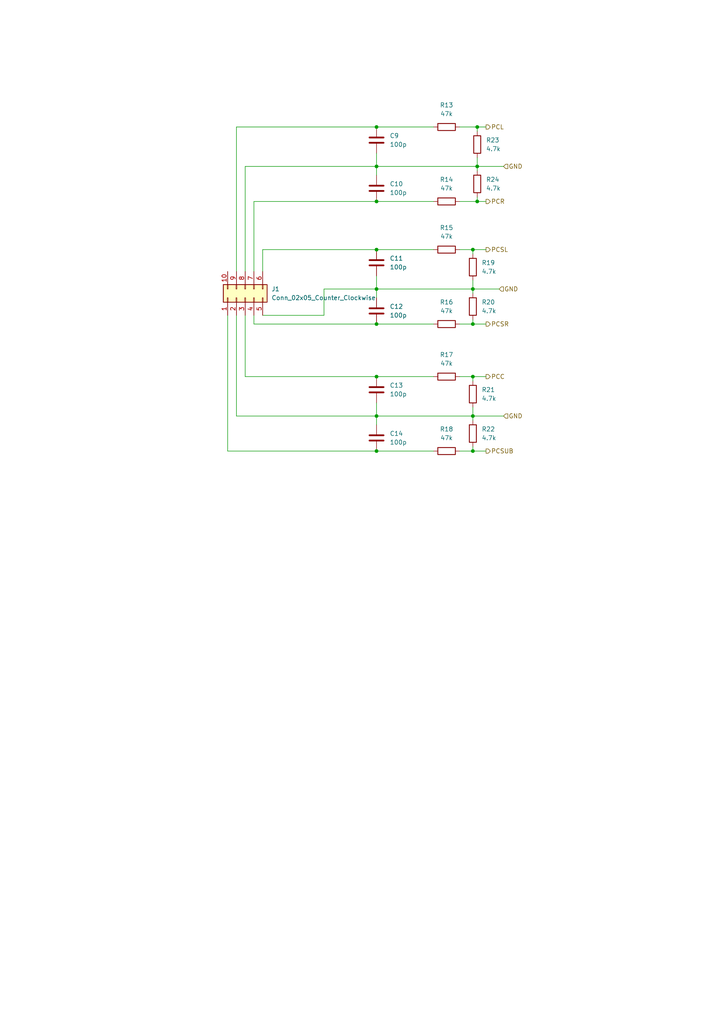
<source format=kicad_sch>
(kicad_sch (version 20230121) (generator eeschema)
  (paper "A4" portrait)
  (title_block (title "AudioSignalsInput") (comment 1 "External audio input from PC. 3 3.5mm Female connectors"))
  (lib_symbols
    (symbol "Connector_Generic:Conn_02x05_Counter_Clockwise" (pin_names (offset 1.016) hide)
      (property "Reference" "J" (at 1.27 7.62 0))
      (property "Value" "Conn_02x05_Counter_Clockwise" (at 1.27 -7.62 0))
      (symbol "Conn_02x05_Counter_Clockwise_1_1"
        (rectangle (start -1.27 -4.953) (end 0 -5.207) (stroke (width 0.1524)))
        (rectangle (start -1.27 -2.413) (end 0 -2.667) (stroke (width 0.1524)))
        (rectangle (start -1.27 0.127) (end 0 -0.127) (stroke (width 0.1524)))
        (rectangle (start -1.27 2.667) (end 0 2.413) (stroke (width 0.1524)))
        (rectangle (start -1.27 5.207) (end 0 4.953) (stroke (width 0.1524)))
        (rectangle (start -1.27 6.35) (end 3.81 -6.35) (stroke (width 0.254)) (fill (type background)))
        (rectangle (start 3.81 -4.953) (end 2.54 -5.207) (stroke (width 0.1524)))
        (rectangle (start 3.81 -2.413) (end 2.54 -2.667) (stroke (width 0.1524)))
        (rectangle (start 3.81 0.127) (end 2.54 -0.127) (stroke (width 0.1524)))
        (rectangle (start 3.81 2.667) (end 2.54 2.413) (stroke (width 0.1524)))
        (rectangle (start 3.81 5.207) (end 2.54 4.953) (stroke (width 0.1524)))
        (pin passive line (at -5.08 5.08 0) (length 3.81) (name "Pin_1") (number "1"))
        (pin passive line (at 7.62 5.08 180) (length 3.81) (name "Pin_10") (number "10"))
        (pin passive line (at -5.08 2.54 0) (length 3.81) (name "Pin_2") (number "2"))
        (pin passive line (at -5.08 0 0) (length 3.81) (name "Pin_3") (number "3"))
        (pin passive line (at -5.08 -2.54 0) (length 3.81) (name "Pin_4") (number "4"))
        (pin passive line (at -5.08 -5.08 0) (length 3.81) (name "Pin_5") (number "5"))
        (pin passive line (at 7.62 -5.08 180) (length 3.81) (name "Pin_6") (number "6"))
        (pin passive line (at 7.62 -2.54 180) (length 3.81) (name "Pin_7") (number "7"))
        (pin passive line (at 7.62 0 180) (length 3.81) (name "Pin_8") (number "8"))
        (pin passive line (at 7.62 2.54 180) (length 3.81) (name "Pin_9") (number "9"))
      )
    )
    (symbol "Device:C" (pin_numbers hide) (pin_names (offset 0.254))
      (property "Reference" "C" (at 0.635 2.54 0))
      (property "Value" "C" (at 0.635 -2.54 0))
      (symbol "C_0_1"
        (polyline (pts (xy -2.032 -0.762) (xy 2.032 -0.762)) (stroke (width 0.508)))
        (polyline (pts (xy -2.032 0.762) (xy 2.032 0.762)) (stroke (width 0.508)))
      )
      (symbol "C_1_1"
        (pin passive line (at 0 3.81 270) (length 2.794) (name "~") (number "1"))
        (pin passive line (at 0 -3.81 90) (length 2.794) (name "~") (number "2"))
      )
    )
    (symbol "Device:R" (pin_numbers hide) (pin_names (offset 0))
      (property "Reference" "R" (at 2.032 0 90))
      (property "Value" "R" (at 0 0 90))
      (symbol "R_0_1"
        (rectangle (start -1.016 -2.54) (end 1.016 2.54) (stroke (width 0.254)))
      )
      (symbol "R_1_1"
        (pin passive line (at 0 3.81 270) (length 1.27) (name "~") (number "1"))
        (pin passive line (at 0 -3.81 90) (length 1.27) (name "~") (number "2"))
      )
    )
  )
  (junction (at 109.22 120.65))
  (junction (at 137.16 93.98))
  (junction (at 138.43 58.42))
  (junction (at 109.22 48.26))
  (junction (at 138.43 36.83))
  (junction (at 109.22 130.81))
  (junction (at 137.16 72.39))
  (junction (at 109.22 109.22))
  (junction (at 109.22 36.83))
  (junction (at 137.16 109.22))
  (junction (at 109.22 72.39))
  (junction (at 137.16 130.81))
  (junction (at 109.22 93.98))
  (junction (at 137.16 83.82))
  (junction (at 109.22 58.42))
  (junction (at 109.22 83.82))
  (junction (at 138.43 48.26))
  (junction (at 137.16 120.65))
  (wire (pts (xy 73.66 58.42) (xy 109.22 58.42)))
  (wire (pts (xy 109.22 86.36) (xy 109.22 83.82)))
  (wire (pts (xy 137.16 120.65) (xy 137.16 121.92)))
  (wire (pts (xy 71.12 91.44) (xy 71.12 109.22)))
  (wire (pts (xy 137.16 93.98) (xy 140.97 93.98)))
  (wire (pts (xy 133.35 93.98) (xy 137.16 93.98)))
  (wire (pts (xy 138.43 36.83) (xy 140.97 36.83)))
  (wire (pts (xy 133.35 130.81) (xy 137.16 130.81)))
  (wire (pts (xy 93.98 91.44) (xy 93.98 83.82)))
  (wire (pts (xy 109.22 83.82) (xy 137.16 83.82)))
  (wire (pts (xy 137.16 72.39) (xy 137.16 73.66)))
  (wire (pts (xy 66.04 91.44) (xy 66.04 130.81)))
  (wire (pts (xy 137.16 83.82) (xy 137.16 85.09)))
  (wire (pts (xy 109.22 72.39) (xy 125.73 72.39)))
  (wire (pts (xy 71.12 109.22) (xy 109.22 109.22)))
  (wire (pts (xy 133.35 109.22) (xy 137.16 109.22)))
  (wire (pts (xy 73.66 93.98) (xy 109.22 93.98)))
  (wire (pts (xy 68.58 91.44) (xy 68.58 120.65)))
  (wire (pts (xy 138.43 48.26) (xy 138.43 49.53)))
  (wire (pts (xy 137.16 110.49) (xy 137.16 109.22)))
  (wire (pts (xy 109.22 93.98) (xy 125.73 93.98)))
  (wire (pts (xy 109.22 109.22) (xy 125.73 109.22)))
  (wire (pts (xy 71.12 48.26) (xy 109.22 48.26)))
  (wire (pts (xy 133.35 36.83) (xy 138.43 36.83)))
  (wire (pts (xy 109.22 58.42) (xy 125.73 58.42)))
  (wire (pts (xy 137.16 92.71) (xy 137.16 93.98)))
  (wire (pts (xy 73.66 91.44) (xy 73.66 93.98)))
  (wire (pts (xy 76.2 78.74) (xy 76.2 72.39)))
  (wire (pts (xy 109.22 80.01) (xy 109.22 83.82)))
  (wire (pts (xy 71.12 78.74) (xy 71.12 48.26)))
  (wire (pts (xy 138.43 45.72) (xy 138.43 48.26)))
  (wire (pts (xy 137.16 118.11) (xy 137.16 120.65)))
  (wire (pts (xy 137.16 109.22) (xy 140.97 109.22)))
  (wire (pts (xy 109.22 36.83) (xy 125.73 36.83)))
  (wire (pts (xy 109.22 116.84) (xy 109.22 120.65)))
  (wire (pts (xy 109.22 44.45) (xy 109.22 48.26)))
  (wire (pts (xy 138.43 36.83) (xy 138.43 38.1)))
  (wire (pts (xy 138.43 57.15) (xy 138.43 58.42)))
  (wire (pts (xy 137.16 130.81) (xy 140.97 130.81)))
  (wire (pts (xy 133.35 58.42) (xy 138.43 58.42)))
  (wire (pts (xy 68.58 78.74) (xy 68.58 36.83)))
  (wire (pts (xy 109.22 48.26) (xy 138.43 48.26)))
  (wire (pts (xy 137.16 72.39) (xy 140.97 72.39)))
  (wire (pts (xy 109.22 50.8) (xy 109.22 48.26)))
  (wire (pts (xy 76.2 91.44) (xy 93.98 91.44)))
  (wire (pts (xy 76.2 72.39) (xy 109.22 72.39)))
  (wire (pts (xy 137.16 81.28) (xy 137.16 83.82)))
  (wire (pts (xy 109.22 123.19) (xy 109.22 120.65)))
  (wire (pts (xy 93.98 83.82) (xy 109.22 83.82)))
  (wire (pts (xy 133.35 72.39) (xy 137.16 72.39)))
  (wire (pts (xy 73.66 78.74) (xy 73.66 58.42)))
  (wire (pts (xy 68.58 120.65) (xy 109.22 120.65)))
  (wire (pts (xy 138.43 48.26) (xy 146.05 48.26)))
  (wire (pts (xy 66.04 130.81) (xy 109.22 130.81)))
  (wire (pts (xy 138.43 58.42) (xy 140.97 58.42)))
  (wire (pts (xy 109.22 130.81) (xy 125.73 130.81)))
  (wire (pts (xy 137.16 120.65) (xy 146.05 120.65)))
  (wire (pts (xy 109.22 120.65) (xy 137.16 120.65)))
  (wire (pts (xy 137.16 129.54) (xy 137.16 130.81)))
  (wire (pts (xy 137.16 83.82) (xy 144.78 83.82)))
  (wire (pts (xy 68.58 36.83) (xy 109.22 36.83)))
  (hierarchical_label "GND" (shape input) (at 144.78 83.82 0))
  (hierarchical_label "PCSL" (shape output) (at 140.97 72.39 0))
  (hierarchical_label "GND" (shape input) (at 146.05 48.26 0))
  (hierarchical_label "PCL" (shape output) (at 140.97 36.83 0))
  (hierarchical_label "GND" (shape input) (at 146.05 120.65 0))
  (hierarchical_label "PCSR" (shape output) (at 140.97 93.98 0))
  (hierarchical_label "PCR" (shape output) (at 140.97 58.42 0))
  (hierarchical_label "PCC" (shape output) (at 140.97 109.22 0))
  (hierarchical_label "PCSUB" (shape output) (at 140.97 130.81 0))
  (symbol (lib_id "Device:C") (at 109.22 76.2 0) (unit 1)
    (property "Reference" "C11" (at 113.03 74.9299 0) (effects (justify left)))
    (property "Value" "100p" (at 113.03 77.4699 0) (effects (justify left)))
    (property "Sim.Device" "SPICE" (effects hide))
    (property "Sim.Params" "type=\"C\" model=\"100p\" lib=\"\"" (effects hide))
    (property "Sim.Pins" "1=1 2=2" (effects hide))
  )
  (symbol (lib_id "Device:R") (at 129.54 72.39 90) (unit 1)
    (property "Reference" "R15" (at 129.54 66.04 90))
    (property "Value" "47k" (at 129.54 68.58 90))
    (property "Sim.Device" "SPICE" (effects hide))
    (property "Sim.Params" "type=\"R\" model=\"47k\" lib=\"\"" (effects hide))
    (property "Sim.Pins" "1=1 2=2" (effects hide))
  )
  (symbol (lib_id "Device:R") (at 129.54 36.83 90) (unit 1)
    (property "Reference" "R13" (at 129.54 30.48 90))
    (property "Value" "47k" (at 129.54 33.02 90))
    (property "Sim.Device" "SPICE" (effects hide))
    (property "Sim.Params" "type=\"R\" model=\"47k\" lib=\"\"" (effects hide))
    (property "Sim.Pins" "1=1 2=2" (effects hide))
  )
  (symbol (lib_id "Device:R") (at 138.43 53.34 180) (unit 1)
    (property "Reference" "R24" (at 140.97 52.0699 0) (effects (justify right)))
    (property "Value" "4.7k" (at 140.97 54.6099 0) (effects (justify right)))
    (property "Sim.Device" "SPICE" (effects hide))
    (property "Sim.Params" "type=\"R\" model=\"4.7k\" lib=\"\"" (effects hide))
    (property "Sim.Pins" "1=1 2=2" (effects hide))
  )
  (symbol (lib_id "Device:R") (at 137.16 88.9 180) (unit 1)
    (property "Reference" "R20" (at 139.7 87.6299 0) (effects (justify right)))
    (property "Value" "4.7k" (at 139.7 90.1699 0) (effects (justify right)))
    (property "Sim.Device" "SPICE" (effects hide))
    (property "Sim.Params" "type=\"R\" model=\"4.7k\" lib=\"\"" (effects hide))
    (property "Sim.Pins" "1=1 2=2" (effects hide))
  )
  (symbol (lib_id "Device:R") (at 137.16 77.47 180) (unit 1)
    (property "Reference" "R19" (at 139.7 76.1999 0) (effects (justify right)))
    (property "Value" "4.7k" (at 139.7 78.7399 0) (effects (justify right)))
    (property "Sim.Device" "SPICE" (effects hide))
    (property "Sim.Params" "type=\"R\" model=\"4.7k\" lib=\"\"" (effects hide))
    (property "Sim.Pins" "1=1 2=2" (effects hide))
  )
  (symbol (lib_id "Device:R") (at 129.54 109.22 90) (unit 1)
    (property "Reference" "R17" (at 129.54 102.87 90))
    (property "Value" "47k" (at 129.54 105.41 90))
    (property "Sim.Device" "SPICE" (effects hide))
    (property "Sim.Params" "type=\"R\" model=\"47k\" lib=\"\"" (effects hide))
    (property "Sim.Pins" "1=1 2=2" (effects hide))
  )
  (symbol (lib_id "Connector_Generic:Conn_02x05_Counter_Clockwise") (at 71.12 86.36 90) (unit 1)
    (property "Reference" "J1" (at 78.74 83.8199 90) (effects (justify right)))
    (property "Value" "Conn_02x05_Counter_Clockwise" (at 78.74 86.3599 90) (effects (justify right)))
  )
  (symbol (lib_id "Device:C") (at 109.22 54.61 0) (unit 1)
    (property "Reference" "C10" (at 113.03 53.3399 0) (effects (justify left)))
    (property "Value" "100p" (at 113.03 55.8799 0) (effects (justify left)))
    (property "Sim.Device" "SPICE" (effects hide))
    (property "Sim.Params" "type=\"C\" model=\"100p\" lib=\"\"" (effects hide))
    (property "Sim.Pins" "1=1 2=2" (effects hide))
  )
  (symbol (lib_id "Device:C") (at 109.22 113.03 0) (unit 1)
    (property "Reference" "C13" (at 113.03 111.7599 0) (effects (justify left)))
    (property "Value" "100p" (at 113.03 114.2999 0) (effects (justify left)))
    (property "Sim.Device" "SPICE" (effects hide))
    (property "Sim.Params" "type=\"C\" model=\"100p\" lib=\"\"" (effects hide))
    (property "Sim.Pins" "1=1 2=2" (effects hide))
  )
  (symbol (lib_id "Device:R") (at 129.54 130.81 90) (unit 1)
    (property "Reference" "R18" (at 129.54 124.46 90))
    (property "Value" "47k" (at 129.54 127 90))
    (property "Sim.Device" "SPICE" (effects hide))
    (property "Sim.Params" "type=\"R\" model=\"47k\" lib=\"\"" (effects hide))
    (property "Sim.Pins" "1=1 2=2" (effects hide))
  )
  (symbol (lib_id "Device:C") (at 109.22 127 0) (unit 1)
    (property "Reference" "C14" (at 113.03 125.7299 0) (effects (justify left)))
    (property "Value" "100p" (at 113.03 128.2699 0) (effects (justify left)))
    (property "Sim.Device" "SPICE" (effects hide))
    (property "Sim.Params" "type=\"C\" model=\"100p\" lib=\"\"" (effects hide))
    (property "Sim.Pins" "1=1 2=2" (effects hide))
  )
  (symbol (lib_id "Device:R") (at 129.54 58.42 90) (unit 1)
    (property "Reference" "R14" (at 129.54 52.07 90))
    (property "Value" "47k" (at 129.54 54.61 90))
    (property "Sim.Device" "SPICE" (effects hide))
    (property "Sim.Params" "type=\"R\" model=\"47k\" lib=\"\"" (effects hide))
    (property "Sim.Pins" "1=1 2=2" (effects hide))
  )
  (symbol (lib_id "Device:R") (at 137.16 114.3 180) (unit 1)
    (property "Reference" "R21" (at 139.7 113.0299 0) (effects (justify right)))
    (property "Value" "4.7k" (at 139.7 115.5699 0) (effects (justify right)))
    (property "Sim.Device" "SPICE" (effects hide))
    (property "Sim.Params" "type=\"R\" model=\"4.7k\" lib=\"\"" (effects hide))
    (property "Sim.Pins" "1=1 2=2" (effects hide))
  )
  (symbol (lib_id "Device:R") (at 137.16 125.73 180) (unit 1)
    (property "Reference" "R22" (at 139.7 124.4599 0) (effects (justify right)))
    (property "Value" "4.7k" (at 139.7 126.9999 0) (effects (justify right)))
    (property "Sim.Device" "SPICE" (effects hide))
    (property "Sim.Params" "type=\"R\" model=\"4.7k\" lib=\"\"" (effects hide))
    (property "Sim.Pins" "1=1 2=2" (effects hide))
  )
  (symbol (lib_id "Device:C") (at 109.22 40.64 0) (unit 1)
    (property "Reference" "C9" (at 113.03 39.3699 0) (effects (justify left)))
    (property "Value" "100p" (at 113.03 41.9099 0) (effects (justify left)))
    (property "Sim.Device" "SPICE" (effects hide))
    (property "Sim.Params" "type=\"C\" model=\"100p\" lib=\"\"" (effects hide))
    (property "Sim.Pins" "1=1 2=2" (effects hide))
  )
  (symbol (lib_id "Device:R") (at 138.43 41.91 180) (unit 1)
    (property "Reference" "R23" (at 140.97 40.6399 0) (effects (justify right)))
    (property "Value" "4.7k" (at 140.97 43.1799 0) (effects (justify right)))
    (property "Sim.Device" "SPICE" (effects hide))
    (property "Sim.Params" "type=\"R\" model=\"4.7k\" lib=\"\"" (effects hide))
    (property "Sim.Pins" "1=1 2=2" (effects hide))
  )
  (symbol (lib_id "Device:C") (at 109.22 90.17 0) (unit 1)
    (property "Reference" "C12" (at 113.03 88.8999 0) (effects (justify left)))
    (property "Value" "100p" (at 113.03 91.4399 0) (effects (justify left)))
    (property "Sim.Device" "SPICE" (effects hide))
    (property "Sim.Params" "type=\"C\" model=\"100p\" lib=\"\"" (effects hide))
    (property "Sim.Pins" "1=1 2=2" (effects hide))
  )
  (symbol (lib_id "Device:R") (at 129.54 93.98 90) (unit 1)
    (property "Reference" "R16" (at 129.54 87.63 90))
    (property "Value" "47k" (at 129.54 90.17 90))
    (property "Sim.Device" "SPICE" (effects hide))
    (property "Sim.Params" "type=\"R\" model=\"47k\" lib=\"\"" (effects hide))
    (property "Sim.Pins" "1=1 2=2" (effects hide))
  )
)
</source>
